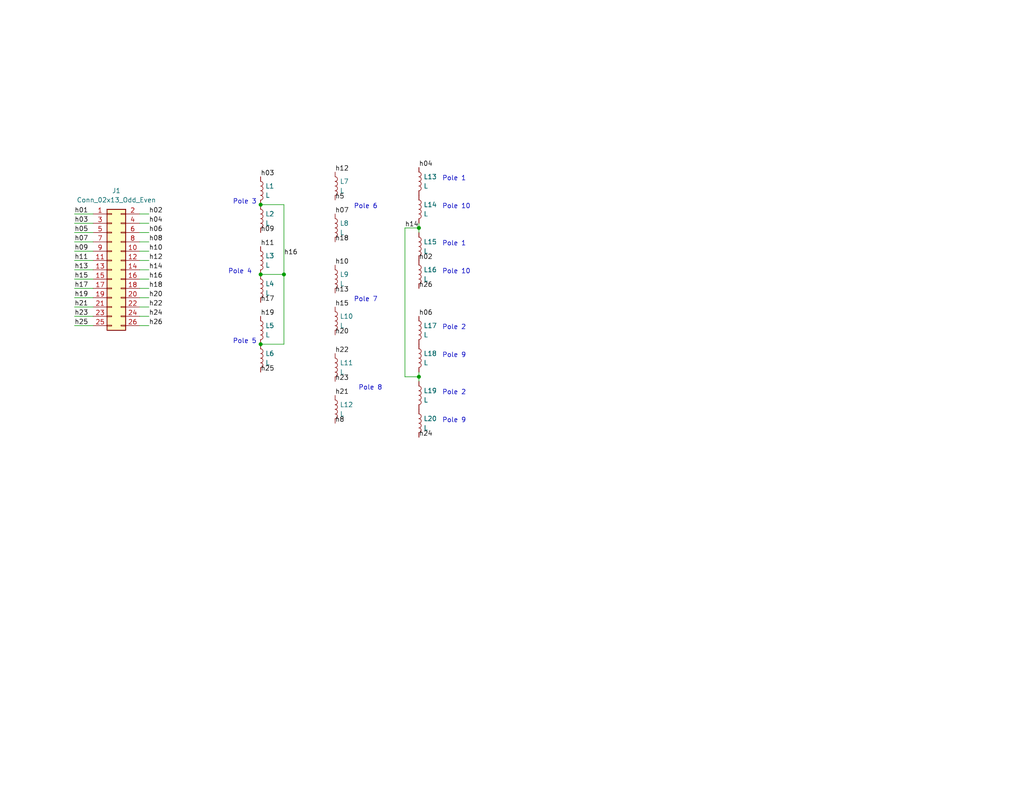
<source format=kicad_sch>
(kicad_sch (version 20231120) (generator "eeschema") (generator_version "8.0")
  (paper "USLetter")
  (lib_symbols
    (symbol "Connector_Generic:Conn_02x13_Odd_Even" (pin_names (offset 1.016) hide)
      (property "Reference" "J" (at 1.27 17.78 0))
      (property "Value" "Conn_02x13_Odd_Even" (at 1.27 -17.78 0))
      (symbol "Conn_02x13_Odd_Even_1_1"
        (rectangle (start -1.27 -15.113) (end 0 -15.367) (stroke (width 0.1524)))
        (rectangle (start -1.27 -12.573) (end 0 -12.827) (stroke (width 0.1524)))
        (rectangle (start -1.27 -10.033) (end 0 -10.287) (stroke (width 0.1524)))
        (rectangle (start -1.27 -7.493) (end 0 -7.747) (stroke (width 0.1524)))
        (rectangle (start -1.27 -4.953) (end 0 -5.207) (stroke (width 0.1524)))
        (rectangle (start -1.27 -2.413) (end 0 -2.667) (stroke (width 0.1524)))
        (rectangle (start -1.27 0.127) (end 0 -0.127) (stroke (width 0.1524)))
        (rectangle (start -1.27 2.667) (end 0 2.413) (stroke (width 0.1524)))
        (rectangle (start -1.27 5.207) (end 0 4.953) (stroke (width 0.1524)))
        (rectangle (start -1.27 7.747) (end 0 7.493) (stroke (width 0.1524)))
        (rectangle (start -1.27 10.287) (end 0 10.033) (stroke (width 0.1524)))
        (rectangle (start -1.27 12.827) (end 0 12.573) (stroke (width 0.1524)))
        (rectangle (start -1.27 15.367) (end 0 15.113) (stroke (width 0.1524)))
        (rectangle (start -1.27 16.51) (end 3.81 -16.51) (stroke (width 0.254)) (fill (type background)))
        (rectangle (start 3.81 -15.113) (end 2.54 -15.367) (stroke (width 0.1524)))
        (rectangle (start 3.81 -12.573) (end 2.54 -12.827) (stroke (width 0.1524)))
        (rectangle (start 3.81 -10.033) (end 2.54 -10.287) (stroke (width 0.1524)))
        (rectangle (start 3.81 -7.493) (end 2.54 -7.747) (stroke (width 0.1524)))
        (rectangle (start 3.81 -4.953) (end 2.54 -5.207) (stroke (width 0.1524)))
        (rectangle (start 3.81 -2.413) (end 2.54 -2.667) (stroke (width 0.1524)))
        (rectangle (start 3.81 0.127) (end 2.54 -0.127) (stroke (width 0.1524)))
        (rectangle (start 3.81 2.667) (end 2.54 2.413) (stroke (width 0.1524)))
        (rectangle (start 3.81 5.207) (end 2.54 4.953) (stroke (width 0.1524)))
        (rectangle (start 3.81 7.747) (end 2.54 7.493) (stroke (width 0.1524)))
        (rectangle (start 3.81 10.287) (end 2.54 10.033) (stroke (width 0.1524)))
        (rectangle (start 3.81 12.827) (end 2.54 12.573) (stroke (width 0.1524)))
        (rectangle (start 3.81 15.367) (end 2.54 15.113) (stroke (width 0.1524)))
        (pin passive line (at -5.08 15.24 0) (length 3.81) (name "Pin_1") (number "1"))
        (pin passive line (at 7.62 5.08 180) (length 3.81) (name "Pin_10") (number "10"))
        (pin passive line (at -5.08 2.54 0) (length 3.81) (name "Pin_11") (number "11"))
        (pin passive line (at 7.62 2.54 180) (length 3.81) (name "Pin_12") (number "12"))
        (pin passive line (at -5.08 0 0) (length 3.81) (name "Pin_13") (number "13"))
        (pin passive line (at 7.62 0 180) (length 3.81) (name "Pin_14") (number "14"))
        (pin passive line (at -5.08 -2.54 0) (length 3.81) (name "Pin_15") (number "15"))
        (pin passive line (at 7.62 -2.54 180) (length 3.81) (name "Pin_16") (number "16"))
        (pin passive line (at -5.08 -5.08 0) (length 3.81) (name "Pin_17") (number "17"))
        (pin passive line (at 7.62 -5.08 180) (length 3.81) (name "Pin_18") (number "18"))
        (pin passive line (at -5.08 -7.62 0) (length 3.81) (name "Pin_19") (number "19"))
        (pin passive line (at 7.62 15.24 180) (length 3.81) (name "Pin_2") (number "2"))
        (pin passive line (at 7.62 -7.62 180) (length 3.81) (name "Pin_20") (number "20"))
        (pin passive line (at -5.08 -10.16 0) (length 3.81) (name "Pin_21") (number "21"))
        (pin passive line (at 7.62 -10.16 180) (length 3.81) (name "Pin_22") (number "22"))
        (pin passive line (at -5.08 -12.7 0) (length 3.81) (name "Pin_23") (number "23"))
        (pin passive line (at 7.62 -12.7 180) (length 3.81) (name "Pin_24") (number "24"))
        (pin passive line (at -5.08 -15.24 0) (length 3.81) (name "Pin_25") (number "25"))
        (pin passive line (at 7.62 -15.24 180) (length 3.81) (name "Pin_26") (number "26"))
        (pin passive line (at -5.08 12.7 0) (length 3.81) (name "Pin_3") (number "3"))
        (pin passive line (at 7.62 12.7 180) (length 3.81) (name "Pin_4") (number "4"))
        (pin passive line (at -5.08 10.16 0) (length 3.81) (name "Pin_5") (number "5"))
        (pin passive line (at 7.62 10.16 180) (length 3.81) (name "Pin_6") (number "6"))
        (pin passive line (at -5.08 7.62 0) (length 3.81) (name "Pin_7") (number "7"))
        (pin passive line (at 7.62 7.62 180) (length 3.81) (name "Pin_8") (number "8"))
        (pin passive line (at -5.08 5.08 0) (length 3.81) (name "Pin_9") (number "9"))
      )
    )
    (symbol "Device:L" (pin_numbers hide) (pin_names (offset 1.016) hide)
      (property "Reference" "L" (at -1.27 0 90))
      (property "Value" "L" (at 1.905 0 90))
      (symbol "L_0_1"
        (arc (start 0 -2.54) (mid 0.6323 -1.905) (end 0 -1.27))
        (arc (start 0 -1.27) (mid 0.6323 -0.635) (end 0 0))
        (arc (start 0 0) (mid 0.6323 0.635) (end 0 1.27))
        (arc (start 0 1.27) (mid 0.6323 1.905) (end 0 2.54))
      )
      (symbol "L_1_1"
        (pin passive line (at 0 3.81 270) (length 1.27) (name "1") (number "1"))
        (pin passive line (at 0 -3.81 90) (length 1.27) (name "2") (number "2"))
      )
    )
  )
  (junction (at 114.3 62.23))
  (junction (at 71.12 55.88))
  (junction (at 114.3 102.87))
  (junction (at 71.12 74.93))
  (junction (at 71.12 93.98))
  (junction (at 77.47 74.93))
  (wire (pts (xy 20.32 83.82) (xy 25.4 83.82)))
  (wire (pts (xy 114.3 60.96) (xy 114.3 62.23)))
  (wire (pts (xy 20.32 73.66) (xy 25.4 73.66)))
  (wire (pts (xy 38.1 88.9) (xy 40.64 88.9)))
  (wire (pts (xy 114.3 62.23) (xy 110.49 62.23)))
  (wire (pts (xy 20.32 71.12) (xy 25.4 71.12)))
  (wire (pts (xy 38.1 60.96) (xy 40.64 60.96)))
  (wire (pts (xy 71.12 93.98) (xy 77.47 93.98)))
  (wire (pts (xy 38.1 73.66) (xy 40.64 73.66)))
  (wire (pts (xy 71.12 55.88) (xy 77.47 55.88)))
  (wire (pts (xy 38.1 83.82) (xy 40.64 83.82)))
  (wire (pts (xy 38.1 78.74) (xy 40.64 78.74)))
  (wire (pts (xy 110.49 102.87) (xy 114.3 102.87)))
  (wire (pts (xy 114.3 62.23) (xy 114.3 63.5)))
  (wire (pts (xy 38.1 71.12) (xy 40.64 71.12)))
  (wire (pts (xy 20.32 78.74) (xy 25.4 78.74)))
  (wire (pts (xy 38.1 63.5) (xy 40.64 63.5)))
  (wire (pts (xy 20.32 58.42) (xy 25.4 58.42)))
  (wire (pts (xy 20.32 76.2) (xy 25.4 76.2)))
  (wire (pts (xy 38.1 66.04) (xy 40.64 66.04)))
  (wire (pts (xy 114.3 101.6) (xy 114.3 102.87)))
  (wire (pts (xy 20.32 86.36) (xy 25.4 86.36)))
  (wire (pts (xy 114.3 102.87) (xy 114.3 104.14)))
  (wire (pts (xy 38.1 76.2) (xy 40.64 76.2)))
  (wire (pts (xy 20.32 81.28) (xy 25.4 81.28)))
  (wire (pts (xy 77.47 93.98) (xy 77.47 74.93)))
  (wire (pts (xy 38.1 68.58) (xy 40.64 68.58)))
  (wire (pts (xy 77.47 74.93) (xy 71.12 74.93)))
  (wire (pts (xy 38.1 81.28) (xy 40.64 81.28)))
  (wire (pts (xy 38.1 58.42) (xy 40.64 58.42)))
  (wire (pts (xy 20.32 63.5) (xy 25.4 63.5)))
  (wire (pts (xy 20.32 68.58) (xy 25.4 68.58)))
  (wire (pts (xy 38.1 86.36) (xy 40.64 86.36)))
  (wire (pts (xy 110.49 62.23) (xy 110.49 102.87)))
  (wire (pts (xy 20.32 66.04) (xy 25.4 66.04)))
  (wire (pts (xy 77.47 55.88) (xy 77.47 74.93)))
  (wire (pts (xy 20.32 60.96) (xy 25.4 60.96)))
  (wire (pts (xy 20.32 88.9) (xy 25.4 88.9)))
  (text "Pole 2" (at 120.65 90.17 0) (effects (font (size 1.27 1.27)) (justify left bottom)))
  (text "Pole 4" (at 62.23 74.93 0) (effects (font (size 1.27 1.27)) (justify left bottom)))
  (text "Pole 10" (at 120.65 57.15 0) (effects (font (size 1.27 1.27)) (justify left bottom)))
  (text "Pole 5" (at 63.5 93.98 0) (effects (font (size 1.27 1.27)) (justify left bottom)))
  (text "Pole 9" (at 120.65 97.79 0) (effects (font (size 1.27 1.27)) (justify left bottom)))
  (text "Pole 10\n" (at 120.65 74.93 0) (effects (font (size 1.27 1.27)) (justify left bottom)))
  (text "Pole 9\n" (at 120.65 115.57 0) (effects (font (size 1.27 1.27)) (justify left bottom)))
  (text "Pole 8" (at 97.79 106.68 0) (effects (font (size 1.27 1.27)) (justify left bottom)))
  (text "Pole 1" (at 120.65 49.53 0) (effects (font (size 1.27 1.27)) (justify left bottom)))
  (text "Pole 3" (at 63.5 55.88 0) (effects (font (size 1.27 1.27)) (justify left bottom)))
  (text "Pole 7" (at 96.52 82.55 0) (effects (font (size 1.27 1.27)) (justify left bottom)))
  (text "Pole 6" (at 96.52 57.15 0) (effects (font (size 1.27 1.27)) (justify left bottom)))
  (text "Pole 2" (at 120.65 107.95 0) (effects (font (size 1.27 1.27)) (justify left bottom)))
  (text "Pole 1" (at 120.65 67.31 0) (effects (font (size 1.27 1.27)) (justify left bottom)))
  (label "h25" (at 71.12 101.6 0))
  (label "h12" (at 40.64 71.12 0))
  (label "h15" (at 20.32 76.2 0))
  (label "h24" (at 114.3 119.38 0))
  (label "h08" (at 40.64 66.04 0))
  (label "h05" (at 20.32 63.5 0))
  (label "h22" (at 91.44 96.52 0))
  (label "h13" (at 20.32 73.66 0))
  (label "h17" (at 20.32 78.74 0))
  (label "h03" (at 71.12 48.26 0))
  (label "h26" (at 40.64 88.9 0))
  (label "h11" (at 71.12 67.31 0))
  (label "h8" (at 91.44 115.57 0))
  (label "h22" (at 40.64 83.82 0))
  (label "h17" (at 71.12 82.55 0))
  (label "h24" (at 40.64 86.36 0))
  (label "h19" (at 71.12 86.36 0))
  (label "h04" (at 40.64 60.96 0))
  (label "h07" (at 20.32 66.04 0))
  (label "h06" (at 114.3 86.36 0))
  (label "h16" (at 77.47 69.85 0))
  (label "h20" (at 91.44 91.44 0))
  (label "h02" (at 114.3 71.12 0))
  (label "h12" (at 91.44 46.99 0))
  (label "h04" (at 114.3 45.72 0))
  (label "h25" (at 20.32 88.9 0))
  (label "h10" (at 91.44 72.39 0))
  (label "h21" (at 20.32 83.82 0))
  (label "h14" (at 40.64 73.66 0))
  (label "h14" (at 110.49 62.23 0))
  (label "h01" (at 20.32 58.42 0))
  (label "h02" (at 40.64 58.42 0))
  (label "h23" (at 20.32 86.36 0))
  (label "h10" (at 40.64 68.58 0))
  (label "h07" (at 91.44 58.42 0))
  (label "h18" (at 40.64 78.74 0))
  (label "h15" (at 91.44 83.82 0))
  (label "h18" (at 91.44 66.04 0))
  (label "h5" (at 91.44 54.61 0))
  (label "h26" (at 114.3 78.74 0))
  (label "h19" (at 20.32 81.28 0))
  (label "h16" (at 40.64 76.2 0))
  (label "h03" (at 20.32 60.96 0))
  (label "h09" (at 20.32 68.58 0))
  (label "h11" (at 20.32 71.12 0))
  (label "h20" (at 40.64 81.28 0))
  (label "h13" (at 91.44 80.01 0))
  (label "h23" (at 91.44 104.14 0))
  (label "h21" (at 91.44 107.95 0))
  (label "h09" (at 71.12 63.5 0))
  (label "h06" (at 40.64 63.5 0))
  (symbol (lib_id "Device:L") (at 91.44 62.23 0) (unit 1)
    (property "Reference" "L8" (at 92.71 60.96 0) (effects (justify left)))
    (property "Value" "L" (at 92.71 63.5 0) (effects (justify left)))
  )
  (symbol (lib_id "Device:L") (at 91.44 76.2 0) (unit 1)
    (property "Reference" "L9" (at 92.71 74.93 0) (effects (justify left)))
    (property "Value" "L" (at 92.71 77.47 0) (effects (justify left)))
  )
  (symbol (lib_id "Device:L") (at 71.12 90.17 0) (unit 1)
    (property "Reference" "L5" (at 72.39 88.9 0) (effects (justify left)))
    (property "Value" "L" (at 72.39 91.44 0) (effects (justify left)))
  )
  (symbol (lib_id "Device:L") (at 114.3 57.15 0) (unit 1)
    (property "Reference" "L14" (at 115.57 55.88 0) (effects (justify left)))
    (property "Value" "L" (at 115.57 58.42 0) (effects (justify left)))
  )
  (symbol (lib_id "Device:L") (at 71.12 52.07 0) (unit 1)
    (property "Reference" "L1" (at 72.39 50.8 0) (effects (justify left)))
    (property "Value" "L" (at 72.39 53.34 0) (effects (justify left)))
  )
  (symbol (lib_id "Device:L") (at 114.3 74.93 0) (unit 1)
    (property "Reference" "L16" (at 115.57 73.66 0) (effects (justify left)))
    (property "Value" "L" (at 115.57 76.2 0) (effects (justify left)))
  )
  (symbol (lib_id "Device:L") (at 114.3 49.53 0) (unit 1)
    (property "Reference" "L13" (at 115.57 48.26 0) (effects (justify left)))
    (property "Value" "L" (at 115.57 50.8 0) (effects (justify left)))
  )
  (symbol (lib_id "Device:L") (at 71.12 97.79 0) (unit 1)
    (property "Reference" "L6" (at 72.39 96.52 0) (effects (justify left)))
    (property "Value" "L" (at 72.39 99.06 0) (effects (justify left)))
  )
  (symbol (lib_id "Device:L") (at 114.3 67.31 0) (unit 1)
    (property "Reference" "L15" (at 115.57 66.04 0) (effects (justify left)))
    (property "Value" "L" (at 115.57 68.58 0) (effects (justify left)))
  )
  (symbol (lib_id "Device:L") (at 71.12 78.74 0) (unit 1)
    (property "Reference" "L4" (at 72.39 77.47 0) (effects (justify left)))
    (property "Value" "L" (at 72.39 80.01 0) (effects (justify left)))
  )
  (symbol (lib_id "Device:L") (at 91.44 87.63 0) (unit 1)
    (property "Reference" "L10" (at 92.71 86.36 0) (effects (justify left)))
    (property "Value" "L" (at 92.71 88.9 0) (effects (justify left)))
  )
  (symbol (lib_id "Device:L") (at 114.3 107.95 0) (unit 1)
    (property "Reference" "L19" (at 115.57 106.68 0) (effects (justify left)))
    (property "Value" "L" (at 115.57 109.22 0) (effects (justify left)))
  )
  (symbol (lib_id "Device:L") (at 114.3 90.17 0) (unit 1)
    (property "Reference" "L17" (at 115.57 88.9 0) (effects (justify left)))
    (property "Value" "L" (at 115.57 91.44 0) (effects (justify left)))
  )
  (symbol (lib_id "Device:L") (at 114.3 115.57 0) (unit 1)
    (property "Reference" "L20" (at 115.57 114.3 0) (effects (justify left)))
    (property "Value" "L" (at 115.57 116.84 0) (effects (justify left)))
  )
  (symbol (lib_id "Device:L") (at 71.12 71.12 0) (unit 1)
    (property "Reference" "L3" (at 72.39 69.85 0) (effects (justify left)))
    (property "Value" "L" (at 72.39 72.39 0) (effects (justify left)))
  )
  (symbol (lib_id "Device:L") (at 91.44 100.33 0) (unit 1)
    (property "Reference" "L11" (at 92.71 99.06 0) (effects (justify left)))
    (property "Value" "L" (at 92.71 101.6 0) (effects (justify left)))
  )
  (symbol (lib_id "Device:L") (at 91.44 50.8 0) (unit 1)
    (property "Reference" "L7" (at 92.71 49.53 0) (effects (justify left)))
    (property "Value" "L" (at 92.71 52.07 0) (effects (justify left)))
  )
  (symbol (lib_id "Device:L") (at 71.12 59.69 0) (unit 1)
    (property "Reference" "L2" (at 72.39 58.42 0) (effects (justify left)))
    (property "Value" "L" (at 72.39 60.96 0) (effects (justify left)))
  )
  (symbol (lib_id "Device:L") (at 114.3 97.79 0) (unit 1)
    (property "Reference" "L18" (at 115.57 96.52 0) (effects (justify left)))
    (property "Value" "L" (at 115.57 99.06 0) (effects (justify left)))
  )
  (symbol (lib_id "Connector_Generic:Conn_02x13_Odd_Even") (at 30.48 73.66 0) (unit 1)
    (property "Reference" "J1" (at 31.75 52.07 0))
    (property "Value" "Conn_02x13_Odd_Even" (at 31.75 54.61 0))
  )
  (symbol (lib_id "Device:L") (at 91.44 111.76 0) (unit 1)
    (property "Reference" "L12" (at 92.71 110.49 0) (effects (justify left)))
    (property "Value" "L" (at 92.71 113.03 0) (effects (justify left)))
  )
)
</source>
